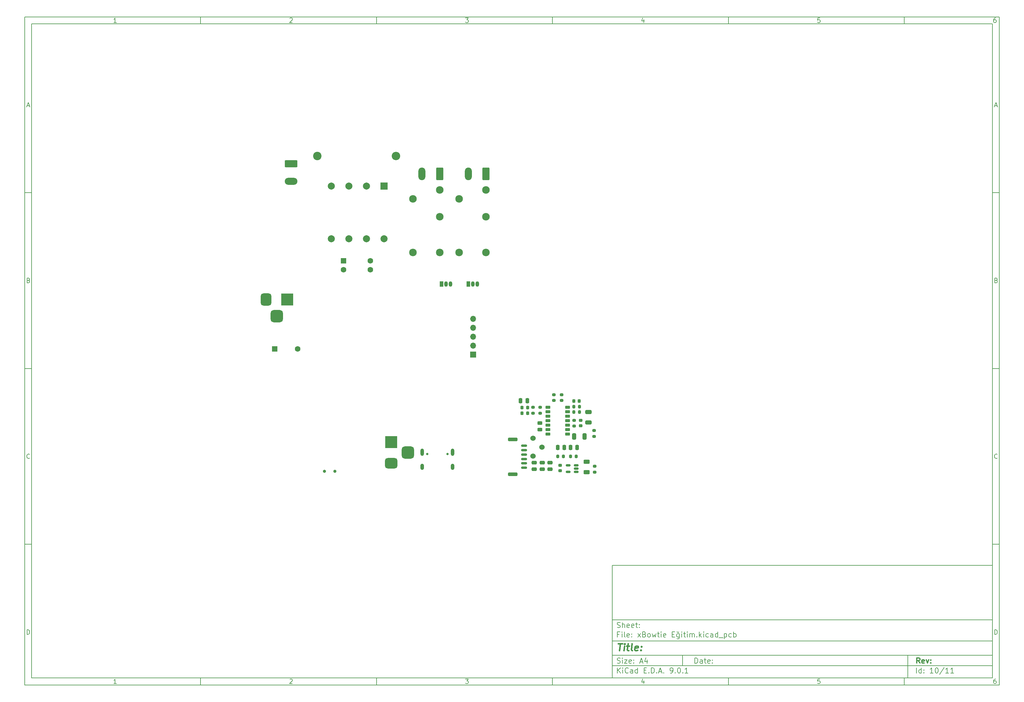
<source format=gbs>
%TF.GenerationSoftware,KiCad,Pcbnew,9.0.1*%
%TF.CreationDate,2025-04-08T16:08:48+03:00*%
%TF.ProjectId,xBowtie E_itim,78426f77-7469-4652-9045-1f6974696d2e,rev?*%
%TF.SameCoordinates,Original*%
%TF.FileFunction,Soldermask,Bot*%
%TF.FilePolarity,Negative*%
%FSLAX46Y46*%
G04 Gerber Fmt 4.6, Leading zero omitted, Abs format (unit mm)*
G04 Created by KiCad (PCBNEW 9.0.1) date 2025-04-08 16:08:48*
%MOMM*%
%LPD*%
G01*
G04 APERTURE LIST*
G04 Aperture macros list*
%AMRoundRect*
0 Rectangle with rounded corners*
0 $1 Rounding radius*
0 $2 $3 $4 $5 $6 $7 $8 $9 X,Y pos of 4 corners*
0 Add a 4 corners polygon primitive as box body*
4,1,4,$2,$3,$4,$5,$6,$7,$8,$9,$2,$3,0*
0 Add four circle primitives for the rounded corners*
1,1,$1+$1,$2,$3*
1,1,$1+$1,$4,$5*
1,1,$1+$1,$6,$7*
1,1,$1+$1,$8,$9*
0 Add four rect primitives between the rounded corners*
20,1,$1+$1,$2,$3,$4,$5,0*
20,1,$1+$1,$4,$5,$6,$7,0*
20,1,$1+$1,$6,$7,$8,$9,0*
20,1,$1+$1,$8,$9,$2,$3,0*%
G04 Aperture macros list end*
%ADD10C,0.100000*%
%ADD11C,0.150000*%
%ADD12C,0.300000*%
%ADD13C,0.400000*%
%ADD14RoundRect,0.250000X-1.550000X0.750000X-1.550000X-0.750000X1.550000X-0.750000X1.550000X0.750000X0*%
%ADD15O,3.600000X2.000000*%
%ADD16C,2.400000*%
%ADD17O,2.400000X2.400000*%
%ADD18R,1.700000X1.700000*%
%ADD19O,1.700000X1.700000*%
%ADD20C,0.900000*%
%ADD21C,2.154000*%
%ADD22RoundRect,0.250000X-0.550000X-0.550000X0.550000X-0.550000X0.550000X0.550000X-0.550000X0.550000X0*%
%ADD23C,1.600000*%
%ADD24R,1.050000X1.500000*%
%ADD25O,1.050000X1.500000*%
%ADD26R,2.000000X2.000000*%
%ADD27C,2.000000*%
%ADD28RoundRect,0.250000X0.750000X1.550000X-0.750000X1.550000X-0.750000X-1.550000X0.750000X-1.550000X0*%
%ADD29O,2.000000X3.600000*%
%ADD30C,1.524800*%
%ADD31C,0.650000*%
%ADD32O,1.000000X2.100000*%
%ADD33O,1.000000X1.800000*%
%ADD34R,3.500000X3.500000*%
%ADD35RoundRect,0.750000X1.000000X-0.750000X1.000000X0.750000X-1.000000X0.750000X-1.000000X-0.750000X0*%
%ADD36RoundRect,0.875000X0.875000X-0.875000X0.875000X0.875000X-0.875000X0.875000X-0.875000X-0.875000X0*%
%ADD37RoundRect,0.750000X-0.750000X-1.000000X0.750000X-1.000000X0.750000X1.000000X-0.750000X1.000000X0*%
%ADD38RoundRect,0.875000X-0.875000X-0.875000X0.875000X-0.875000X0.875000X0.875000X-0.875000X0.875000X0*%
%ADD39R,1.600000X1.600000*%
%ADD40RoundRect,0.200000X-0.275000X0.200000X-0.275000X-0.200000X0.275000X-0.200000X0.275000X0.200000X0*%
%ADD41RoundRect,0.250000X0.325000X0.650000X-0.325000X0.650000X-0.325000X-0.650000X0.325000X-0.650000X0*%
%ADD42RoundRect,0.250000X-0.625000X0.312500X-0.625000X-0.312500X0.625000X-0.312500X0.625000X0.312500X0*%
%ADD43RoundRect,0.200000X0.275000X-0.200000X0.275000X0.200000X-0.275000X0.200000X-0.275000X-0.200000X0*%
%ADD44RoundRect,0.250000X0.250000X0.475000X-0.250000X0.475000X-0.250000X-0.475000X0.250000X-0.475000X0*%
%ADD45RoundRect,0.243750X0.456250X-0.243750X0.456250X0.243750X-0.456250X0.243750X-0.456250X-0.243750X0*%
%ADD46RoundRect,0.225000X0.225000X0.250000X-0.225000X0.250000X-0.225000X-0.250000X0.225000X-0.250000X0*%
%ADD47RoundRect,0.200000X-0.200000X-0.275000X0.200000X-0.275000X0.200000X0.275000X-0.200000X0.275000X0*%
%ADD48RoundRect,0.250000X0.475000X-0.250000X0.475000X0.250000X-0.475000X0.250000X-0.475000X-0.250000X0*%
%ADD49RoundRect,0.225000X-0.250000X0.225000X-0.250000X-0.225000X0.250000X-0.225000X0.250000X0.225000X0*%
%ADD50RoundRect,0.250000X-0.250000X-0.475000X0.250000X-0.475000X0.250000X0.475000X-0.250000X0.475000X0*%
%ADD51RoundRect,0.250000X-0.475000X0.250000X-0.475000X-0.250000X0.475000X-0.250000X0.475000X0.250000X0*%
%ADD52RoundRect,0.225000X-0.225000X-0.250000X0.225000X-0.250000X0.225000X0.250000X-0.225000X0.250000X0*%
%ADD53RoundRect,0.200000X0.200000X0.275000X-0.200000X0.275000X-0.200000X-0.275000X0.200000X-0.275000X0*%
%ADD54RoundRect,0.250000X0.650000X-0.325000X0.650000X0.325000X-0.650000X0.325000X-0.650000X-0.325000X0*%
%ADD55RoundRect,0.150000X0.512500X0.150000X-0.512500X0.150000X-0.512500X-0.150000X0.512500X-0.150000X0*%
%ADD56RoundRect,0.150000X0.700000X-0.150000X0.700000X0.150000X-0.700000X0.150000X-0.700000X-0.150000X0*%
%ADD57RoundRect,0.250000X1.100000X-0.250000X1.100000X0.250000X-1.100000X0.250000X-1.100000X-0.250000X0*%
%ADD58RoundRect,0.102000X-0.600000X0.300000X-0.600000X-0.300000X0.600000X-0.300000X0.600000X0.300000X0*%
G04 APERTURE END LIST*
D10*
D11*
X177002200Y-166007200D02*
X285002200Y-166007200D01*
X285002200Y-198007200D01*
X177002200Y-198007200D01*
X177002200Y-166007200D01*
D10*
D11*
X10000000Y-10000000D02*
X287002200Y-10000000D01*
X287002200Y-200007200D01*
X10000000Y-200007200D01*
X10000000Y-10000000D01*
D10*
D11*
X12000000Y-12000000D02*
X285002200Y-12000000D01*
X285002200Y-198007200D01*
X12000000Y-198007200D01*
X12000000Y-12000000D01*
D10*
D11*
X60000000Y-12000000D02*
X60000000Y-10000000D01*
D10*
D11*
X110000000Y-12000000D02*
X110000000Y-10000000D01*
D10*
D11*
X160000000Y-12000000D02*
X160000000Y-10000000D01*
D10*
D11*
X210000000Y-12000000D02*
X210000000Y-10000000D01*
D10*
D11*
X260000000Y-12000000D02*
X260000000Y-10000000D01*
D10*
D11*
X36089160Y-11593604D02*
X35346303Y-11593604D01*
X35717731Y-11593604D02*
X35717731Y-10293604D01*
X35717731Y-10293604D02*
X35593922Y-10479319D01*
X35593922Y-10479319D02*
X35470112Y-10603128D01*
X35470112Y-10603128D02*
X35346303Y-10665033D01*
D10*
D11*
X85346303Y-10417414D02*
X85408207Y-10355509D01*
X85408207Y-10355509D02*
X85532017Y-10293604D01*
X85532017Y-10293604D02*
X85841541Y-10293604D01*
X85841541Y-10293604D02*
X85965350Y-10355509D01*
X85965350Y-10355509D02*
X86027255Y-10417414D01*
X86027255Y-10417414D02*
X86089160Y-10541223D01*
X86089160Y-10541223D02*
X86089160Y-10665033D01*
X86089160Y-10665033D02*
X86027255Y-10850747D01*
X86027255Y-10850747D02*
X85284398Y-11593604D01*
X85284398Y-11593604D02*
X86089160Y-11593604D01*
D10*
D11*
X135284398Y-10293604D02*
X136089160Y-10293604D01*
X136089160Y-10293604D02*
X135655826Y-10788842D01*
X135655826Y-10788842D02*
X135841541Y-10788842D01*
X135841541Y-10788842D02*
X135965350Y-10850747D01*
X135965350Y-10850747D02*
X136027255Y-10912652D01*
X136027255Y-10912652D02*
X136089160Y-11036461D01*
X136089160Y-11036461D02*
X136089160Y-11345985D01*
X136089160Y-11345985D02*
X136027255Y-11469795D01*
X136027255Y-11469795D02*
X135965350Y-11531700D01*
X135965350Y-11531700D02*
X135841541Y-11593604D01*
X135841541Y-11593604D02*
X135470112Y-11593604D01*
X135470112Y-11593604D02*
X135346303Y-11531700D01*
X135346303Y-11531700D02*
X135284398Y-11469795D01*
D10*
D11*
X185965350Y-10726938D02*
X185965350Y-11593604D01*
X185655826Y-10231700D02*
X185346303Y-11160271D01*
X185346303Y-11160271D02*
X186151064Y-11160271D01*
D10*
D11*
X236027255Y-10293604D02*
X235408207Y-10293604D01*
X235408207Y-10293604D02*
X235346303Y-10912652D01*
X235346303Y-10912652D02*
X235408207Y-10850747D01*
X235408207Y-10850747D02*
X235532017Y-10788842D01*
X235532017Y-10788842D02*
X235841541Y-10788842D01*
X235841541Y-10788842D02*
X235965350Y-10850747D01*
X235965350Y-10850747D02*
X236027255Y-10912652D01*
X236027255Y-10912652D02*
X236089160Y-11036461D01*
X236089160Y-11036461D02*
X236089160Y-11345985D01*
X236089160Y-11345985D02*
X236027255Y-11469795D01*
X236027255Y-11469795D02*
X235965350Y-11531700D01*
X235965350Y-11531700D02*
X235841541Y-11593604D01*
X235841541Y-11593604D02*
X235532017Y-11593604D01*
X235532017Y-11593604D02*
X235408207Y-11531700D01*
X235408207Y-11531700D02*
X235346303Y-11469795D01*
D10*
D11*
X285965350Y-10293604D02*
X285717731Y-10293604D01*
X285717731Y-10293604D02*
X285593922Y-10355509D01*
X285593922Y-10355509D02*
X285532017Y-10417414D01*
X285532017Y-10417414D02*
X285408207Y-10603128D01*
X285408207Y-10603128D02*
X285346303Y-10850747D01*
X285346303Y-10850747D02*
X285346303Y-11345985D01*
X285346303Y-11345985D02*
X285408207Y-11469795D01*
X285408207Y-11469795D02*
X285470112Y-11531700D01*
X285470112Y-11531700D02*
X285593922Y-11593604D01*
X285593922Y-11593604D02*
X285841541Y-11593604D01*
X285841541Y-11593604D02*
X285965350Y-11531700D01*
X285965350Y-11531700D02*
X286027255Y-11469795D01*
X286027255Y-11469795D02*
X286089160Y-11345985D01*
X286089160Y-11345985D02*
X286089160Y-11036461D01*
X286089160Y-11036461D02*
X286027255Y-10912652D01*
X286027255Y-10912652D02*
X285965350Y-10850747D01*
X285965350Y-10850747D02*
X285841541Y-10788842D01*
X285841541Y-10788842D02*
X285593922Y-10788842D01*
X285593922Y-10788842D02*
X285470112Y-10850747D01*
X285470112Y-10850747D02*
X285408207Y-10912652D01*
X285408207Y-10912652D02*
X285346303Y-11036461D01*
D10*
D11*
X60000000Y-198007200D02*
X60000000Y-200007200D01*
D10*
D11*
X110000000Y-198007200D02*
X110000000Y-200007200D01*
D10*
D11*
X160000000Y-198007200D02*
X160000000Y-200007200D01*
D10*
D11*
X210000000Y-198007200D02*
X210000000Y-200007200D01*
D10*
D11*
X260000000Y-198007200D02*
X260000000Y-200007200D01*
D10*
D11*
X36089160Y-199600804D02*
X35346303Y-199600804D01*
X35717731Y-199600804D02*
X35717731Y-198300804D01*
X35717731Y-198300804D02*
X35593922Y-198486519D01*
X35593922Y-198486519D02*
X35470112Y-198610328D01*
X35470112Y-198610328D02*
X35346303Y-198672233D01*
D10*
D11*
X85346303Y-198424614D02*
X85408207Y-198362709D01*
X85408207Y-198362709D02*
X85532017Y-198300804D01*
X85532017Y-198300804D02*
X85841541Y-198300804D01*
X85841541Y-198300804D02*
X85965350Y-198362709D01*
X85965350Y-198362709D02*
X86027255Y-198424614D01*
X86027255Y-198424614D02*
X86089160Y-198548423D01*
X86089160Y-198548423D02*
X86089160Y-198672233D01*
X86089160Y-198672233D02*
X86027255Y-198857947D01*
X86027255Y-198857947D02*
X85284398Y-199600804D01*
X85284398Y-199600804D02*
X86089160Y-199600804D01*
D10*
D11*
X135284398Y-198300804D02*
X136089160Y-198300804D01*
X136089160Y-198300804D02*
X135655826Y-198796042D01*
X135655826Y-198796042D02*
X135841541Y-198796042D01*
X135841541Y-198796042D02*
X135965350Y-198857947D01*
X135965350Y-198857947D02*
X136027255Y-198919852D01*
X136027255Y-198919852D02*
X136089160Y-199043661D01*
X136089160Y-199043661D02*
X136089160Y-199353185D01*
X136089160Y-199353185D02*
X136027255Y-199476995D01*
X136027255Y-199476995D02*
X135965350Y-199538900D01*
X135965350Y-199538900D02*
X135841541Y-199600804D01*
X135841541Y-199600804D02*
X135470112Y-199600804D01*
X135470112Y-199600804D02*
X135346303Y-199538900D01*
X135346303Y-199538900D02*
X135284398Y-199476995D01*
D10*
D11*
X185965350Y-198734138D02*
X185965350Y-199600804D01*
X185655826Y-198238900D02*
X185346303Y-199167471D01*
X185346303Y-199167471D02*
X186151064Y-199167471D01*
D10*
D11*
X236027255Y-198300804D02*
X235408207Y-198300804D01*
X235408207Y-198300804D02*
X235346303Y-198919852D01*
X235346303Y-198919852D02*
X235408207Y-198857947D01*
X235408207Y-198857947D02*
X235532017Y-198796042D01*
X235532017Y-198796042D02*
X235841541Y-198796042D01*
X235841541Y-198796042D02*
X235965350Y-198857947D01*
X235965350Y-198857947D02*
X236027255Y-198919852D01*
X236027255Y-198919852D02*
X236089160Y-199043661D01*
X236089160Y-199043661D02*
X236089160Y-199353185D01*
X236089160Y-199353185D02*
X236027255Y-199476995D01*
X236027255Y-199476995D02*
X235965350Y-199538900D01*
X235965350Y-199538900D02*
X235841541Y-199600804D01*
X235841541Y-199600804D02*
X235532017Y-199600804D01*
X235532017Y-199600804D02*
X235408207Y-199538900D01*
X235408207Y-199538900D02*
X235346303Y-199476995D01*
D10*
D11*
X285965350Y-198300804D02*
X285717731Y-198300804D01*
X285717731Y-198300804D02*
X285593922Y-198362709D01*
X285593922Y-198362709D02*
X285532017Y-198424614D01*
X285532017Y-198424614D02*
X285408207Y-198610328D01*
X285408207Y-198610328D02*
X285346303Y-198857947D01*
X285346303Y-198857947D02*
X285346303Y-199353185D01*
X285346303Y-199353185D02*
X285408207Y-199476995D01*
X285408207Y-199476995D02*
X285470112Y-199538900D01*
X285470112Y-199538900D02*
X285593922Y-199600804D01*
X285593922Y-199600804D02*
X285841541Y-199600804D01*
X285841541Y-199600804D02*
X285965350Y-199538900D01*
X285965350Y-199538900D02*
X286027255Y-199476995D01*
X286027255Y-199476995D02*
X286089160Y-199353185D01*
X286089160Y-199353185D02*
X286089160Y-199043661D01*
X286089160Y-199043661D02*
X286027255Y-198919852D01*
X286027255Y-198919852D02*
X285965350Y-198857947D01*
X285965350Y-198857947D02*
X285841541Y-198796042D01*
X285841541Y-198796042D02*
X285593922Y-198796042D01*
X285593922Y-198796042D02*
X285470112Y-198857947D01*
X285470112Y-198857947D02*
X285408207Y-198919852D01*
X285408207Y-198919852D02*
X285346303Y-199043661D01*
D10*
D11*
X10000000Y-60000000D02*
X12000000Y-60000000D01*
D10*
D11*
X10000000Y-110000000D02*
X12000000Y-110000000D01*
D10*
D11*
X10000000Y-160000000D02*
X12000000Y-160000000D01*
D10*
D11*
X10690476Y-35222176D02*
X11309523Y-35222176D01*
X10566666Y-35593604D02*
X10999999Y-34293604D01*
X10999999Y-34293604D02*
X11433333Y-35593604D01*
D10*
D11*
X11092857Y-84912652D02*
X11278571Y-84974557D01*
X11278571Y-84974557D02*
X11340476Y-85036461D01*
X11340476Y-85036461D02*
X11402380Y-85160271D01*
X11402380Y-85160271D02*
X11402380Y-85345985D01*
X11402380Y-85345985D02*
X11340476Y-85469795D01*
X11340476Y-85469795D02*
X11278571Y-85531700D01*
X11278571Y-85531700D02*
X11154761Y-85593604D01*
X11154761Y-85593604D02*
X10659523Y-85593604D01*
X10659523Y-85593604D02*
X10659523Y-84293604D01*
X10659523Y-84293604D02*
X11092857Y-84293604D01*
X11092857Y-84293604D02*
X11216666Y-84355509D01*
X11216666Y-84355509D02*
X11278571Y-84417414D01*
X11278571Y-84417414D02*
X11340476Y-84541223D01*
X11340476Y-84541223D02*
X11340476Y-84665033D01*
X11340476Y-84665033D02*
X11278571Y-84788842D01*
X11278571Y-84788842D02*
X11216666Y-84850747D01*
X11216666Y-84850747D02*
X11092857Y-84912652D01*
X11092857Y-84912652D02*
X10659523Y-84912652D01*
D10*
D11*
X11402380Y-135469795D02*
X11340476Y-135531700D01*
X11340476Y-135531700D02*
X11154761Y-135593604D01*
X11154761Y-135593604D02*
X11030952Y-135593604D01*
X11030952Y-135593604D02*
X10845238Y-135531700D01*
X10845238Y-135531700D02*
X10721428Y-135407890D01*
X10721428Y-135407890D02*
X10659523Y-135284080D01*
X10659523Y-135284080D02*
X10597619Y-135036461D01*
X10597619Y-135036461D02*
X10597619Y-134850747D01*
X10597619Y-134850747D02*
X10659523Y-134603128D01*
X10659523Y-134603128D02*
X10721428Y-134479319D01*
X10721428Y-134479319D02*
X10845238Y-134355509D01*
X10845238Y-134355509D02*
X11030952Y-134293604D01*
X11030952Y-134293604D02*
X11154761Y-134293604D01*
X11154761Y-134293604D02*
X11340476Y-134355509D01*
X11340476Y-134355509D02*
X11402380Y-134417414D01*
D10*
D11*
X10659523Y-185593604D02*
X10659523Y-184293604D01*
X10659523Y-184293604D02*
X10969047Y-184293604D01*
X10969047Y-184293604D02*
X11154761Y-184355509D01*
X11154761Y-184355509D02*
X11278571Y-184479319D01*
X11278571Y-184479319D02*
X11340476Y-184603128D01*
X11340476Y-184603128D02*
X11402380Y-184850747D01*
X11402380Y-184850747D02*
X11402380Y-185036461D01*
X11402380Y-185036461D02*
X11340476Y-185284080D01*
X11340476Y-185284080D02*
X11278571Y-185407890D01*
X11278571Y-185407890D02*
X11154761Y-185531700D01*
X11154761Y-185531700D02*
X10969047Y-185593604D01*
X10969047Y-185593604D02*
X10659523Y-185593604D01*
D10*
D11*
X287002200Y-60000000D02*
X285002200Y-60000000D01*
D10*
D11*
X287002200Y-110000000D02*
X285002200Y-110000000D01*
D10*
D11*
X287002200Y-160000000D02*
X285002200Y-160000000D01*
D10*
D11*
X285692676Y-35222176D02*
X286311723Y-35222176D01*
X285568866Y-35593604D02*
X286002199Y-34293604D01*
X286002199Y-34293604D02*
X286435533Y-35593604D01*
D10*
D11*
X286095057Y-84912652D02*
X286280771Y-84974557D01*
X286280771Y-84974557D02*
X286342676Y-85036461D01*
X286342676Y-85036461D02*
X286404580Y-85160271D01*
X286404580Y-85160271D02*
X286404580Y-85345985D01*
X286404580Y-85345985D02*
X286342676Y-85469795D01*
X286342676Y-85469795D02*
X286280771Y-85531700D01*
X286280771Y-85531700D02*
X286156961Y-85593604D01*
X286156961Y-85593604D02*
X285661723Y-85593604D01*
X285661723Y-85593604D02*
X285661723Y-84293604D01*
X285661723Y-84293604D02*
X286095057Y-84293604D01*
X286095057Y-84293604D02*
X286218866Y-84355509D01*
X286218866Y-84355509D02*
X286280771Y-84417414D01*
X286280771Y-84417414D02*
X286342676Y-84541223D01*
X286342676Y-84541223D02*
X286342676Y-84665033D01*
X286342676Y-84665033D02*
X286280771Y-84788842D01*
X286280771Y-84788842D02*
X286218866Y-84850747D01*
X286218866Y-84850747D02*
X286095057Y-84912652D01*
X286095057Y-84912652D02*
X285661723Y-84912652D01*
D10*
D11*
X286404580Y-135469795D02*
X286342676Y-135531700D01*
X286342676Y-135531700D02*
X286156961Y-135593604D01*
X286156961Y-135593604D02*
X286033152Y-135593604D01*
X286033152Y-135593604D02*
X285847438Y-135531700D01*
X285847438Y-135531700D02*
X285723628Y-135407890D01*
X285723628Y-135407890D02*
X285661723Y-135284080D01*
X285661723Y-135284080D02*
X285599819Y-135036461D01*
X285599819Y-135036461D02*
X285599819Y-134850747D01*
X285599819Y-134850747D02*
X285661723Y-134603128D01*
X285661723Y-134603128D02*
X285723628Y-134479319D01*
X285723628Y-134479319D02*
X285847438Y-134355509D01*
X285847438Y-134355509D02*
X286033152Y-134293604D01*
X286033152Y-134293604D02*
X286156961Y-134293604D01*
X286156961Y-134293604D02*
X286342676Y-134355509D01*
X286342676Y-134355509D02*
X286404580Y-134417414D01*
D10*
D11*
X285661723Y-185593604D02*
X285661723Y-184293604D01*
X285661723Y-184293604D02*
X285971247Y-184293604D01*
X285971247Y-184293604D02*
X286156961Y-184355509D01*
X286156961Y-184355509D02*
X286280771Y-184479319D01*
X286280771Y-184479319D02*
X286342676Y-184603128D01*
X286342676Y-184603128D02*
X286404580Y-184850747D01*
X286404580Y-184850747D02*
X286404580Y-185036461D01*
X286404580Y-185036461D02*
X286342676Y-185284080D01*
X286342676Y-185284080D02*
X286280771Y-185407890D01*
X286280771Y-185407890D02*
X286156961Y-185531700D01*
X286156961Y-185531700D02*
X285971247Y-185593604D01*
X285971247Y-185593604D02*
X285661723Y-185593604D01*
D10*
D11*
X200458026Y-193793328D02*
X200458026Y-192293328D01*
X200458026Y-192293328D02*
X200815169Y-192293328D01*
X200815169Y-192293328D02*
X201029455Y-192364757D01*
X201029455Y-192364757D02*
X201172312Y-192507614D01*
X201172312Y-192507614D02*
X201243741Y-192650471D01*
X201243741Y-192650471D02*
X201315169Y-192936185D01*
X201315169Y-192936185D02*
X201315169Y-193150471D01*
X201315169Y-193150471D02*
X201243741Y-193436185D01*
X201243741Y-193436185D02*
X201172312Y-193579042D01*
X201172312Y-193579042D02*
X201029455Y-193721900D01*
X201029455Y-193721900D02*
X200815169Y-193793328D01*
X200815169Y-193793328D02*
X200458026Y-193793328D01*
X202600884Y-193793328D02*
X202600884Y-193007614D01*
X202600884Y-193007614D02*
X202529455Y-192864757D01*
X202529455Y-192864757D02*
X202386598Y-192793328D01*
X202386598Y-192793328D02*
X202100884Y-192793328D01*
X202100884Y-192793328D02*
X201958026Y-192864757D01*
X202600884Y-193721900D02*
X202458026Y-193793328D01*
X202458026Y-193793328D02*
X202100884Y-193793328D01*
X202100884Y-193793328D02*
X201958026Y-193721900D01*
X201958026Y-193721900D02*
X201886598Y-193579042D01*
X201886598Y-193579042D02*
X201886598Y-193436185D01*
X201886598Y-193436185D02*
X201958026Y-193293328D01*
X201958026Y-193293328D02*
X202100884Y-193221900D01*
X202100884Y-193221900D02*
X202458026Y-193221900D01*
X202458026Y-193221900D02*
X202600884Y-193150471D01*
X203100884Y-192793328D02*
X203672312Y-192793328D01*
X203315169Y-192293328D02*
X203315169Y-193579042D01*
X203315169Y-193579042D02*
X203386598Y-193721900D01*
X203386598Y-193721900D02*
X203529455Y-193793328D01*
X203529455Y-193793328D02*
X203672312Y-193793328D01*
X204743741Y-193721900D02*
X204600884Y-193793328D01*
X204600884Y-193793328D02*
X204315170Y-193793328D01*
X204315170Y-193793328D02*
X204172312Y-193721900D01*
X204172312Y-193721900D02*
X204100884Y-193579042D01*
X204100884Y-193579042D02*
X204100884Y-193007614D01*
X204100884Y-193007614D02*
X204172312Y-192864757D01*
X204172312Y-192864757D02*
X204315170Y-192793328D01*
X204315170Y-192793328D02*
X204600884Y-192793328D01*
X204600884Y-192793328D02*
X204743741Y-192864757D01*
X204743741Y-192864757D02*
X204815170Y-193007614D01*
X204815170Y-193007614D02*
X204815170Y-193150471D01*
X204815170Y-193150471D02*
X204100884Y-193293328D01*
X205458026Y-193650471D02*
X205529455Y-193721900D01*
X205529455Y-193721900D02*
X205458026Y-193793328D01*
X205458026Y-193793328D02*
X205386598Y-193721900D01*
X205386598Y-193721900D02*
X205458026Y-193650471D01*
X205458026Y-193650471D02*
X205458026Y-193793328D01*
X205458026Y-192864757D02*
X205529455Y-192936185D01*
X205529455Y-192936185D02*
X205458026Y-193007614D01*
X205458026Y-193007614D02*
X205386598Y-192936185D01*
X205386598Y-192936185D02*
X205458026Y-192864757D01*
X205458026Y-192864757D02*
X205458026Y-193007614D01*
D10*
D11*
X177002200Y-194507200D02*
X285002200Y-194507200D01*
D10*
D11*
X178458026Y-196593328D02*
X178458026Y-195093328D01*
X179315169Y-196593328D02*
X178672312Y-195736185D01*
X179315169Y-195093328D02*
X178458026Y-195950471D01*
X179958026Y-196593328D02*
X179958026Y-195593328D01*
X179958026Y-195093328D02*
X179886598Y-195164757D01*
X179886598Y-195164757D02*
X179958026Y-195236185D01*
X179958026Y-195236185D02*
X180029455Y-195164757D01*
X180029455Y-195164757D02*
X179958026Y-195093328D01*
X179958026Y-195093328D02*
X179958026Y-195236185D01*
X181529455Y-196450471D02*
X181458027Y-196521900D01*
X181458027Y-196521900D02*
X181243741Y-196593328D01*
X181243741Y-196593328D02*
X181100884Y-196593328D01*
X181100884Y-196593328D02*
X180886598Y-196521900D01*
X180886598Y-196521900D02*
X180743741Y-196379042D01*
X180743741Y-196379042D02*
X180672312Y-196236185D01*
X180672312Y-196236185D02*
X180600884Y-195950471D01*
X180600884Y-195950471D02*
X180600884Y-195736185D01*
X180600884Y-195736185D02*
X180672312Y-195450471D01*
X180672312Y-195450471D02*
X180743741Y-195307614D01*
X180743741Y-195307614D02*
X180886598Y-195164757D01*
X180886598Y-195164757D02*
X181100884Y-195093328D01*
X181100884Y-195093328D02*
X181243741Y-195093328D01*
X181243741Y-195093328D02*
X181458027Y-195164757D01*
X181458027Y-195164757D02*
X181529455Y-195236185D01*
X182815170Y-196593328D02*
X182815170Y-195807614D01*
X182815170Y-195807614D02*
X182743741Y-195664757D01*
X182743741Y-195664757D02*
X182600884Y-195593328D01*
X182600884Y-195593328D02*
X182315170Y-195593328D01*
X182315170Y-195593328D02*
X182172312Y-195664757D01*
X182815170Y-196521900D02*
X182672312Y-196593328D01*
X182672312Y-196593328D02*
X182315170Y-196593328D01*
X182315170Y-196593328D02*
X182172312Y-196521900D01*
X182172312Y-196521900D02*
X182100884Y-196379042D01*
X182100884Y-196379042D02*
X182100884Y-196236185D01*
X182100884Y-196236185D02*
X182172312Y-196093328D01*
X182172312Y-196093328D02*
X182315170Y-196021900D01*
X182315170Y-196021900D02*
X182672312Y-196021900D01*
X182672312Y-196021900D02*
X182815170Y-195950471D01*
X184172313Y-196593328D02*
X184172313Y-195093328D01*
X184172313Y-196521900D02*
X184029455Y-196593328D01*
X184029455Y-196593328D02*
X183743741Y-196593328D01*
X183743741Y-196593328D02*
X183600884Y-196521900D01*
X183600884Y-196521900D02*
X183529455Y-196450471D01*
X183529455Y-196450471D02*
X183458027Y-196307614D01*
X183458027Y-196307614D02*
X183458027Y-195879042D01*
X183458027Y-195879042D02*
X183529455Y-195736185D01*
X183529455Y-195736185D02*
X183600884Y-195664757D01*
X183600884Y-195664757D02*
X183743741Y-195593328D01*
X183743741Y-195593328D02*
X184029455Y-195593328D01*
X184029455Y-195593328D02*
X184172313Y-195664757D01*
X186029455Y-195807614D02*
X186529455Y-195807614D01*
X186743741Y-196593328D02*
X186029455Y-196593328D01*
X186029455Y-196593328D02*
X186029455Y-195093328D01*
X186029455Y-195093328D02*
X186743741Y-195093328D01*
X187386598Y-196450471D02*
X187458027Y-196521900D01*
X187458027Y-196521900D02*
X187386598Y-196593328D01*
X187386598Y-196593328D02*
X187315170Y-196521900D01*
X187315170Y-196521900D02*
X187386598Y-196450471D01*
X187386598Y-196450471D02*
X187386598Y-196593328D01*
X188100884Y-196593328D02*
X188100884Y-195093328D01*
X188100884Y-195093328D02*
X188458027Y-195093328D01*
X188458027Y-195093328D02*
X188672313Y-195164757D01*
X188672313Y-195164757D02*
X188815170Y-195307614D01*
X188815170Y-195307614D02*
X188886599Y-195450471D01*
X188886599Y-195450471D02*
X188958027Y-195736185D01*
X188958027Y-195736185D02*
X188958027Y-195950471D01*
X188958027Y-195950471D02*
X188886599Y-196236185D01*
X188886599Y-196236185D02*
X188815170Y-196379042D01*
X188815170Y-196379042D02*
X188672313Y-196521900D01*
X188672313Y-196521900D02*
X188458027Y-196593328D01*
X188458027Y-196593328D02*
X188100884Y-196593328D01*
X189600884Y-196450471D02*
X189672313Y-196521900D01*
X189672313Y-196521900D02*
X189600884Y-196593328D01*
X189600884Y-196593328D02*
X189529456Y-196521900D01*
X189529456Y-196521900D02*
X189600884Y-196450471D01*
X189600884Y-196450471D02*
X189600884Y-196593328D01*
X190243742Y-196164757D02*
X190958028Y-196164757D01*
X190100885Y-196593328D02*
X190600885Y-195093328D01*
X190600885Y-195093328D02*
X191100885Y-196593328D01*
X191600884Y-196450471D02*
X191672313Y-196521900D01*
X191672313Y-196521900D02*
X191600884Y-196593328D01*
X191600884Y-196593328D02*
X191529456Y-196521900D01*
X191529456Y-196521900D02*
X191600884Y-196450471D01*
X191600884Y-196450471D02*
X191600884Y-196593328D01*
X193529456Y-196593328D02*
X193815170Y-196593328D01*
X193815170Y-196593328D02*
X193958027Y-196521900D01*
X193958027Y-196521900D02*
X194029456Y-196450471D01*
X194029456Y-196450471D02*
X194172313Y-196236185D01*
X194172313Y-196236185D02*
X194243742Y-195950471D01*
X194243742Y-195950471D02*
X194243742Y-195379042D01*
X194243742Y-195379042D02*
X194172313Y-195236185D01*
X194172313Y-195236185D02*
X194100885Y-195164757D01*
X194100885Y-195164757D02*
X193958027Y-195093328D01*
X193958027Y-195093328D02*
X193672313Y-195093328D01*
X193672313Y-195093328D02*
X193529456Y-195164757D01*
X193529456Y-195164757D02*
X193458027Y-195236185D01*
X193458027Y-195236185D02*
X193386599Y-195379042D01*
X193386599Y-195379042D02*
X193386599Y-195736185D01*
X193386599Y-195736185D02*
X193458027Y-195879042D01*
X193458027Y-195879042D02*
X193529456Y-195950471D01*
X193529456Y-195950471D02*
X193672313Y-196021900D01*
X193672313Y-196021900D02*
X193958027Y-196021900D01*
X193958027Y-196021900D02*
X194100885Y-195950471D01*
X194100885Y-195950471D02*
X194172313Y-195879042D01*
X194172313Y-195879042D02*
X194243742Y-195736185D01*
X194886598Y-196450471D02*
X194958027Y-196521900D01*
X194958027Y-196521900D02*
X194886598Y-196593328D01*
X194886598Y-196593328D02*
X194815170Y-196521900D01*
X194815170Y-196521900D02*
X194886598Y-196450471D01*
X194886598Y-196450471D02*
X194886598Y-196593328D01*
X195886599Y-195093328D02*
X196029456Y-195093328D01*
X196029456Y-195093328D02*
X196172313Y-195164757D01*
X196172313Y-195164757D02*
X196243742Y-195236185D01*
X196243742Y-195236185D02*
X196315170Y-195379042D01*
X196315170Y-195379042D02*
X196386599Y-195664757D01*
X196386599Y-195664757D02*
X196386599Y-196021900D01*
X196386599Y-196021900D02*
X196315170Y-196307614D01*
X196315170Y-196307614D02*
X196243742Y-196450471D01*
X196243742Y-196450471D02*
X196172313Y-196521900D01*
X196172313Y-196521900D02*
X196029456Y-196593328D01*
X196029456Y-196593328D02*
X195886599Y-196593328D01*
X195886599Y-196593328D02*
X195743742Y-196521900D01*
X195743742Y-196521900D02*
X195672313Y-196450471D01*
X195672313Y-196450471D02*
X195600884Y-196307614D01*
X195600884Y-196307614D02*
X195529456Y-196021900D01*
X195529456Y-196021900D02*
X195529456Y-195664757D01*
X195529456Y-195664757D02*
X195600884Y-195379042D01*
X195600884Y-195379042D02*
X195672313Y-195236185D01*
X195672313Y-195236185D02*
X195743742Y-195164757D01*
X195743742Y-195164757D02*
X195886599Y-195093328D01*
X197029455Y-196450471D02*
X197100884Y-196521900D01*
X197100884Y-196521900D02*
X197029455Y-196593328D01*
X197029455Y-196593328D02*
X196958027Y-196521900D01*
X196958027Y-196521900D02*
X197029455Y-196450471D01*
X197029455Y-196450471D02*
X197029455Y-196593328D01*
X198529456Y-196593328D02*
X197672313Y-196593328D01*
X198100884Y-196593328D02*
X198100884Y-195093328D01*
X198100884Y-195093328D02*
X197958027Y-195307614D01*
X197958027Y-195307614D02*
X197815170Y-195450471D01*
X197815170Y-195450471D02*
X197672313Y-195521900D01*
D10*
D11*
X177002200Y-191507200D02*
X285002200Y-191507200D01*
D10*
D12*
X264413853Y-193785528D02*
X263913853Y-193071242D01*
X263556710Y-193785528D02*
X263556710Y-192285528D01*
X263556710Y-192285528D02*
X264128139Y-192285528D01*
X264128139Y-192285528D02*
X264270996Y-192356957D01*
X264270996Y-192356957D02*
X264342425Y-192428385D01*
X264342425Y-192428385D02*
X264413853Y-192571242D01*
X264413853Y-192571242D02*
X264413853Y-192785528D01*
X264413853Y-192785528D02*
X264342425Y-192928385D01*
X264342425Y-192928385D02*
X264270996Y-192999814D01*
X264270996Y-192999814D02*
X264128139Y-193071242D01*
X264128139Y-193071242D02*
X263556710Y-193071242D01*
X265628139Y-193714100D02*
X265485282Y-193785528D01*
X265485282Y-193785528D02*
X265199568Y-193785528D01*
X265199568Y-193785528D02*
X265056710Y-193714100D01*
X265056710Y-193714100D02*
X264985282Y-193571242D01*
X264985282Y-193571242D02*
X264985282Y-192999814D01*
X264985282Y-192999814D02*
X265056710Y-192856957D01*
X265056710Y-192856957D02*
X265199568Y-192785528D01*
X265199568Y-192785528D02*
X265485282Y-192785528D01*
X265485282Y-192785528D02*
X265628139Y-192856957D01*
X265628139Y-192856957D02*
X265699568Y-192999814D01*
X265699568Y-192999814D02*
X265699568Y-193142671D01*
X265699568Y-193142671D02*
X264985282Y-193285528D01*
X266199567Y-192785528D02*
X266556710Y-193785528D01*
X266556710Y-193785528D02*
X266913853Y-192785528D01*
X267485281Y-193642671D02*
X267556710Y-193714100D01*
X267556710Y-193714100D02*
X267485281Y-193785528D01*
X267485281Y-193785528D02*
X267413853Y-193714100D01*
X267413853Y-193714100D02*
X267485281Y-193642671D01*
X267485281Y-193642671D02*
X267485281Y-193785528D01*
X267485281Y-192856957D02*
X267556710Y-192928385D01*
X267556710Y-192928385D02*
X267485281Y-192999814D01*
X267485281Y-192999814D02*
X267413853Y-192928385D01*
X267413853Y-192928385D02*
X267485281Y-192856957D01*
X267485281Y-192856957D02*
X267485281Y-192999814D01*
D10*
D11*
X178386598Y-193721900D02*
X178600884Y-193793328D01*
X178600884Y-193793328D02*
X178958026Y-193793328D01*
X178958026Y-193793328D02*
X179100884Y-193721900D01*
X179100884Y-193721900D02*
X179172312Y-193650471D01*
X179172312Y-193650471D02*
X179243741Y-193507614D01*
X179243741Y-193507614D02*
X179243741Y-193364757D01*
X179243741Y-193364757D02*
X179172312Y-193221900D01*
X179172312Y-193221900D02*
X179100884Y-193150471D01*
X179100884Y-193150471D02*
X178958026Y-193079042D01*
X178958026Y-193079042D02*
X178672312Y-193007614D01*
X178672312Y-193007614D02*
X178529455Y-192936185D01*
X178529455Y-192936185D02*
X178458026Y-192864757D01*
X178458026Y-192864757D02*
X178386598Y-192721900D01*
X178386598Y-192721900D02*
X178386598Y-192579042D01*
X178386598Y-192579042D02*
X178458026Y-192436185D01*
X178458026Y-192436185D02*
X178529455Y-192364757D01*
X178529455Y-192364757D02*
X178672312Y-192293328D01*
X178672312Y-192293328D02*
X179029455Y-192293328D01*
X179029455Y-192293328D02*
X179243741Y-192364757D01*
X179886597Y-193793328D02*
X179886597Y-192793328D01*
X179886597Y-192293328D02*
X179815169Y-192364757D01*
X179815169Y-192364757D02*
X179886597Y-192436185D01*
X179886597Y-192436185D02*
X179958026Y-192364757D01*
X179958026Y-192364757D02*
X179886597Y-192293328D01*
X179886597Y-192293328D02*
X179886597Y-192436185D01*
X180458026Y-192793328D02*
X181243741Y-192793328D01*
X181243741Y-192793328D02*
X180458026Y-193793328D01*
X180458026Y-193793328D02*
X181243741Y-193793328D01*
X182386598Y-193721900D02*
X182243741Y-193793328D01*
X182243741Y-193793328D02*
X181958027Y-193793328D01*
X181958027Y-193793328D02*
X181815169Y-193721900D01*
X181815169Y-193721900D02*
X181743741Y-193579042D01*
X181743741Y-193579042D02*
X181743741Y-193007614D01*
X181743741Y-193007614D02*
X181815169Y-192864757D01*
X181815169Y-192864757D02*
X181958027Y-192793328D01*
X181958027Y-192793328D02*
X182243741Y-192793328D01*
X182243741Y-192793328D02*
X182386598Y-192864757D01*
X182386598Y-192864757D02*
X182458027Y-193007614D01*
X182458027Y-193007614D02*
X182458027Y-193150471D01*
X182458027Y-193150471D02*
X181743741Y-193293328D01*
X183100883Y-193650471D02*
X183172312Y-193721900D01*
X183172312Y-193721900D02*
X183100883Y-193793328D01*
X183100883Y-193793328D02*
X183029455Y-193721900D01*
X183029455Y-193721900D02*
X183100883Y-193650471D01*
X183100883Y-193650471D02*
X183100883Y-193793328D01*
X183100883Y-192864757D02*
X183172312Y-192936185D01*
X183172312Y-192936185D02*
X183100883Y-193007614D01*
X183100883Y-193007614D02*
X183029455Y-192936185D01*
X183029455Y-192936185D02*
X183100883Y-192864757D01*
X183100883Y-192864757D02*
X183100883Y-193007614D01*
X184886598Y-193364757D02*
X185600884Y-193364757D01*
X184743741Y-193793328D02*
X185243741Y-192293328D01*
X185243741Y-192293328D02*
X185743741Y-193793328D01*
X186886598Y-192793328D02*
X186886598Y-193793328D01*
X186529455Y-192221900D02*
X186172312Y-193293328D01*
X186172312Y-193293328D02*
X187100883Y-193293328D01*
D10*
D11*
X263458026Y-196593328D02*
X263458026Y-195093328D01*
X264815170Y-196593328D02*
X264815170Y-195093328D01*
X264815170Y-196521900D02*
X264672312Y-196593328D01*
X264672312Y-196593328D02*
X264386598Y-196593328D01*
X264386598Y-196593328D02*
X264243741Y-196521900D01*
X264243741Y-196521900D02*
X264172312Y-196450471D01*
X264172312Y-196450471D02*
X264100884Y-196307614D01*
X264100884Y-196307614D02*
X264100884Y-195879042D01*
X264100884Y-195879042D02*
X264172312Y-195736185D01*
X264172312Y-195736185D02*
X264243741Y-195664757D01*
X264243741Y-195664757D02*
X264386598Y-195593328D01*
X264386598Y-195593328D02*
X264672312Y-195593328D01*
X264672312Y-195593328D02*
X264815170Y-195664757D01*
X265529455Y-196450471D02*
X265600884Y-196521900D01*
X265600884Y-196521900D02*
X265529455Y-196593328D01*
X265529455Y-196593328D02*
X265458027Y-196521900D01*
X265458027Y-196521900D02*
X265529455Y-196450471D01*
X265529455Y-196450471D02*
X265529455Y-196593328D01*
X265529455Y-195664757D02*
X265600884Y-195736185D01*
X265600884Y-195736185D02*
X265529455Y-195807614D01*
X265529455Y-195807614D02*
X265458027Y-195736185D01*
X265458027Y-195736185D02*
X265529455Y-195664757D01*
X265529455Y-195664757D02*
X265529455Y-195807614D01*
X268172313Y-196593328D02*
X267315170Y-196593328D01*
X267743741Y-196593328D02*
X267743741Y-195093328D01*
X267743741Y-195093328D02*
X267600884Y-195307614D01*
X267600884Y-195307614D02*
X267458027Y-195450471D01*
X267458027Y-195450471D02*
X267315170Y-195521900D01*
X269100884Y-195093328D02*
X269243741Y-195093328D01*
X269243741Y-195093328D02*
X269386598Y-195164757D01*
X269386598Y-195164757D02*
X269458027Y-195236185D01*
X269458027Y-195236185D02*
X269529455Y-195379042D01*
X269529455Y-195379042D02*
X269600884Y-195664757D01*
X269600884Y-195664757D02*
X269600884Y-196021900D01*
X269600884Y-196021900D02*
X269529455Y-196307614D01*
X269529455Y-196307614D02*
X269458027Y-196450471D01*
X269458027Y-196450471D02*
X269386598Y-196521900D01*
X269386598Y-196521900D02*
X269243741Y-196593328D01*
X269243741Y-196593328D02*
X269100884Y-196593328D01*
X269100884Y-196593328D02*
X268958027Y-196521900D01*
X268958027Y-196521900D02*
X268886598Y-196450471D01*
X268886598Y-196450471D02*
X268815169Y-196307614D01*
X268815169Y-196307614D02*
X268743741Y-196021900D01*
X268743741Y-196021900D02*
X268743741Y-195664757D01*
X268743741Y-195664757D02*
X268815169Y-195379042D01*
X268815169Y-195379042D02*
X268886598Y-195236185D01*
X268886598Y-195236185D02*
X268958027Y-195164757D01*
X268958027Y-195164757D02*
X269100884Y-195093328D01*
X271315169Y-195021900D02*
X270029455Y-196950471D01*
X272600884Y-196593328D02*
X271743741Y-196593328D01*
X272172312Y-196593328D02*
X272172312Y-195093328D01*
X272172312Y-195093328D02*
X272029455Y-195307614D01*
X272029455Y-195307614D02*
X271886598Y-195450471D01*
X271886598Y-195450471D02*
X271743741Y-195521900D01*
X274029455Y-196593328D02*
X273172312Y-196593328D01*
X273600883Y-196593328D02*
X273600883Y-195093328D01*
X273600883Y-195093328D02*
X273458026Y-195307614D01*
X273458026Y-195307614D02*
X273315169Y-195450471D01*
X273315169Y-195450471D02*
X273172312Y-195521900D01*
D10*
D11*
X177002200Y-187507200D02*
X285002200Y-187507200D01*
D10*
D13*
X178693928Y-188211638D02*
X179836785Y-188211638D01*
X179015357Y-190211638D02*
X179265357Y-188211638D01*
X180253452Y-190211638D02*
X180420119Y-188878304D01*
X180503452Y-188211638D02*
X180396309Y-188306876D01*
X180396309Y-188306876D02*
X180479643Y-188402114D01*
X180479643Y-188402114D02*
X180586786Y-188306876D01*
X180586786Y-188306876D02*
X180503452Y-188211638D01*
X180503452Y-188211638D02*
X180479643Y-188402114D01*
X181086786Y-188878304D02*
X181848690Y-188878304D01*
X181455833Y-188211638D02*
X181241548Y-189925923D01*
X181241548Y-189925923D02*
X181312976Y-190116400D01*
X181312976Y-190116400D02*
X181491548Y-190211638D01*
X181491548Y-190211638D02*
X181682024Y-190211638D01*
X182634405Y-190211638D02*
X182455833Y-190116400D01*
X182455833Y-190116400D02*
X182384405Y-189925923D01*
X182384405Y-189925923D02*
X182598690Y-188211638D01*
X184170119Y-190116400D02*
X183967738Y-190211638D01*
X183967738Y-190211638D02*
X183586785Y-190211638D01*
X183586785Y-190211638D02*
X183408214Y-190116400D01*
X183408214Y-190116400D02*
X183336785Y-189925923D01*
X183336785Y-189925923D02*
X183432024Y-189164019D01*
X183432024Y-189164019D02*
X183551071Y-188973542D01*
X183551071Y-188973542D02*
X183753452Y-188878304D01*
X183753452Y-188878304D02*
X184134404Y-188878304D01*
X184134404Y-188878304D02*
X184312976Y-188973542D01*
X184312976Y-188973542D02*
X184384404Y-189164019D01*
X184384404Y-189164019D02*
X184360595Y-189354495D01*
X184360595Y-189354495D02*
X183384404Y-189544971D01*
X185134405Y-190021161D02*
X185217738Y-190116400D01*
X185217738Y-190116400D02*
X185110595Y-190211638D01*
X185110595Y-190211638D02*
X185027262Y-190116400D01*
X185027262Y-190116400D02*
X185134405Y-190021161D01*
X185134405Y-190021161D02*
X185110595Y-190211638D01*
X185265357Y-188973542D02*
X185348690Y-189068780D01*
X185348690Y-189068780D02*
X185241548Y-189164019D01*
X185241548Y-189164019D02*
X185158214Y-189068780D01*
X185158214Y-189068780D02*
X185265357Y-188973542D01*
X185265357Y-188973542D02*
X185241548Y-189164019D01*
D10*
D11*
X178958026Y-185607614D02*
X178458026Y-185607614D01*
X178458026Y-186393328D02*
X178458026Y-184893328D01*
X178458026Y-184893328D02*
X179172312Y-184893328D01*
X179743740Y-186393328D02*
X179743740Y-185393328D01*
X179743740Y-184893328D02*
X179672312Y-184964757D01*
X179672312Y-184964757D02*
X179743740Y-185036185D01*
X179743740Y-185036185D02*
X179815169Y-184964757D01*
X179815169Y-184964757D02*
X179743740Y-184893328D01*
X179743740Y-184893328D02*
X179743740Y-185036185D01*
X180672312Y-186393328D02*
X180529455Y-186321900D01*
X180529455Y-186321900D02*
X180458026Y-186179042D01*
X180458026Y-186179042D02*
X180458026Y-184893328D01*
X181815169Y-186321900D02*
X181672312Y-186393328D01*
X181672312Y-186393328D02*
X181386598Y-186393328D01*
X181386598Y-186393328D02*
X181243740Y-186321900D01*
X181243740Y-186321900D02*
X181172312Y-186179042D01*
X181172312Y-186179042D02*
X181172312Y-185607614D01*
X181172312Y-185607614D02*
X181243740Y-185464757D01*
X181243740Y-185464757D02*
X181386598Y-185393328D01*
X181386598Y-185393328D02*
X181672312Y-185393328D01*
X181672312Y-185393328D02*
X181815169Y-185464757D01*
X181815169Y-185464757D02*
X181886598Y-185607614D01*
X181886598Y-185607614D02*
X181886598Y-185750471D01*
X181886598Y-185750471D02*
X181172312Y-185893328D01*
X182529454Y-186250471D02*
X182600883Y-186321900D01*
X182600883Y-186321900D02*
X182529454Y-186393328D01*
X182529454Y-186393328D02*
X182458026Y-186321900D01*
X182458026Y-186321900D02*
X182529454Y-186250471D01*
X182529454Y-186250471D02*
X182529454Y-186393328D01*
X182529454Y-185464757D02*
X182600883Y-185536185D01*
X182600883Y-185536185D02*
X182529454Y-185607614D01*
X182529454Y-185607614D02*
X182458026Y-185536185D01*
X182458026Y-185536185D02*
X182529454Y-185464757D01*
X182529454Y-185464757D02*
X182529454Y-185607614D01*
X184243740Y-186393328D02*
X185029455Y-185393328D01*
X184243740Y-185393328D02*
X185029455Y-186393328D01*
X186100883Y-185607614D02*
X186315169Y-185679042D01*
X186315169Y-185679042D02*
X186386598Y-185750471D01*
X186386598Y-185750471D02*
X186458026Y-185893328D01*
X186458026Y-185893328D02*
X186458026Y-186107614D01*
X186458026Y-186107614D02*
X186386598Y-186250471D01*
X186386598Y-186250471D02*
X186315169Y-186321900D01*
X186315169Y-186321900D02*
X186172312Y-186393328D01*
X186172312Y-186393328D02*
X185600883Y-186393328D01*
X185600883Y-186393328D02*
X185600883Y-184893328D01*
X185600883Y-184893328D02*
X186100883Y-184893328D01*
X186100883Y-184893328D02*
X186243741Y-184964757D01*
X186243741Y-184964757D02*
X186315169Y-185036185D01*
X186315169Y-185036185D02*
X186386598Y-185179042D01*
X186386598Y-185179042D02*
X186386598Y-185321900D01*
X186386598Y-185321900D02*
X186315169Y-185464757D01*
X186315169Y-185464757D02*
X186243741Y-185536185D01*
X186243741Y-185536185D02*
X186100883Y-185607614D01*
X186100883Y-185607614D02*
X185600883Y-185607614D01*
X187315169Y-186393328D02*
X187172312Y-186321900D01*
X187172312Y-186321900D02*
X187100883Y-186250471D01*
X187100883Y-186250471D02*
X187029455Y-186107614D01*
X187029455Y-186107614D02*
X187029455Y-185679042D01*
X187029455Y-185679042D02*
X187100883Y-185536185D01*
X187100883Y-185536185D02*
X187172312Y-185464757D01*
X187172312Y-185464757D02*
X187315169Y-185393328D01*
X187315169Y-185393328D02*
X187529455Y-185393328D01*
X187529455Y-185393328D02*
X187672312Y-185464757D01*
X187672312Y-185464757D02*
X187743741Y-185536185D01*
X187743741Y-185536185D02*
X187815169Y-185679042D01*
X187815169Y-185679042D02*
X187815169Y-186107614D01*
X187815169Y-186107614D02*
X187743741Y-186250471D01*
X187743741Y-186250471D02*
X187672312Y-186321900D01*
X187672312Y-186321900D02*
X187529455Y-186393328D01*
X187529455Y-186393328D02*
X187315169Y-186393328D01*
X188315169Y-185393328D02*
X188600884Y-186393328D01*
X188600884Y-186393328D02*
X188886598Y-185679042D01*
X188886598Y-185679042D02*
X189172312Y-186393328D01*
X189172312Y-186393328D02*
X189458026Y-185393328D01*
X189815170Y-185393328D02*
X190386598Y-185393328D01*
X190029455Y-184893328D02*
X190029455Y-186179042D01*
X190029455Y-186179042D02*
X190100884Y-186321900D01*
X190100884Y-186321900D02*
X190243741Y-186393328D01*
X190243741Y-186393328D02*
X190386598Y-186393328D01*
X190886598Y-186393328D02*
X190886598Y-185393328D01*
X190886598Y-184893328D02*
X190815170Y-184964757D01*
X190815170Y-184964757D02*
X190886598Y-185036185D01*
X190886598Y-185036185D02*
X190958027Y-184964757D01*
X190958027Y-184964757D02*
X190886598Y-184893328D01*
X190886598Y-184893328D02*
X190886598Y-185036185D01*
X192172313Y-186321900D02*
X192029456Y-186393328D01*
X192029456Y-186393328D02*
X191743742Y-186393328D01*
X191743742Y-186393328D02*
X191600884Y-186321900D01*
X191600884Y-186321900D02*
X191529456Y-186179042D01*
X191529456Y-186179042D02*
X191529456Y-185607614D01*
X191529456Y-185607614D02*
X191600884Y-185464757D01*
X191600884Y-185464757D02*
X191743742Y-185393328D01*
X191743742Y-185393328D02*
X192029456Y-185393328D01*
X192029456Y-185393328D02*
X192172313Y-185464757D01*
X192172313Y-185464757D02*
X192243742Y-185607614D01*
X192243742Y-185607614D02*
X192243742Y-185750471D01*
X192243742Y-185750471D02*
X191529456Y-185893328D01*
X194029455Y-185607614D02*
X194529455Y-185607614D01*
X194743741Y-186393328D02*
X194029455Y-186393328D01*
X194029455Y-186393328D02*
X194029455Y-184893328D01*
X194029455Y-184893328D02*
X194743741Y-184893328D01*
X196029456Y-185393328D02*
X196029456Y-186607614D01*
X196029456Y-186607614D02*
X195958027Y-186750471D01*
X195958027Y-186750471D02*
X195886598Y-186821900D01*
X195886598Y-186821900D02*
X195743741Y-186893328D01*
X195743741Y-186893328D02*
X195529456Y-186893328D01*
X195529456Y-186893328D02*
X195386598Y-186821900D01*
X196029456Y-186321900D02*
X195886598Y-186393328D01*
X195886598Y-186393328D02*
X195600884Y-186393328D01*
X195600884Y-186393328D02*
X195458027Y-186321900D01*
X195458027Y-186321900D02*
X195386598Y-186250471D01*
X195386598Y-186250471D02*
X195315170Y-186107614D01*
X195315170Y-186107614D02*
X195315170Y-185679042D01*
X195315170Y-185679042D02*
X195386598Y-185536185D01*
X195386598Y-185536185D02*
X195458027Y-185464757D01*
X195458027Y-185464757D02*
X195600884Y-185393328D01*
X195600884Y-185393328D02*
X195886598Y-185393328D01*
X195886598Y-185393328D02*
X196029456Y-185464757D01*
X195386598Y-184821900D02*
X195458027Y-184964757D01*
X195458027Y-184964757D02*
X195600884Y-185036185D01*
X195600884Y-185036185D02*
X195743741Y-185036185D01*
X195743741Y-185036185D02*
X195886598Y-184964757D01*
X195886598Y-184964757D02*
X195958027Y-184821900D01*
X196743741Y-186393328D02*
X196743741Y-185393328D01*
X196743741Y-184893328D02*
X196672313Y-184964757D01*
X196672313Y-184964757D02*
X196743741Y-185036185D01*
X196743741Y-185036185D02*
X196815170Y-184964757D01*
X196815170Y-184964757D02*
X196743741Y-184893328D01*
X196743741Y-184893328D02*
X196743741Y-185036185D01*
X197243742Y-185393328D02*
X197815170Y-185393328D01*
X197458027Y-184893328D02*
X197458027Y-186179042D01*
X197458027Y-186179042D02*
X197529456Y-186321900D01*
X197529456Y-186321900D02*
X197672313Y-186393328D01*
X197672313Y-186393328D02*
X197815170Y-186393328D01*
X198315170Y-186393328D02*
X198315170Y-185393328D01*
X198315170Y-184893328D02*
X198243742Y-184964757D01*
X198243742Y-184964757D02*
X198315170Y-185036185D01*
X198315170Y-185036185D02*
X198386599Y-184964757D01*
X198386599Y-184964757D02*
X198315170Y-184893328D01*
X198315170Y-184893328D02*
X198315170Y-185036185D01*
X199029456Y-186393328D02*
X199029456Y-185393328D01*
X199029456Y-185536185D02*
X199100885Y-185464757D01*
X199100885Y-185464757D02*
X199243742Y-185393328D01*
X199243742Y-185393328D02*
X199458028Y-185393328D01*
X199458028Y-185393328D02*
X199600885Y-185464757D01*
X199600885Y-185464757D02*
X199672314Y-185607614D01*
X199672314Y-185607614D02*
X199672314Y-186393328D01*
X199672314Y-185607614D02*
X199743742Y-185464757D01*
X199743742Y-185464757D02*
X199886599Y-185393328D01*
X199886599Y-185393328D02*
X200100885Y-185393328D01*
X200100885Y-185393328D02*
X200243742Y-185464757D01*
X200243742Y-185464757D02*
X200315171Y-185607614D01*
X200315171Y-185607614D02*
X200315171Y-186393328D01*
X201029456Y-186250471D02*
X201100885Y-186321900D01*
X201100885Y-186321900D02*
X201029456Y-186393328D01*
X201029456Y-186393328D02*
X200958028Y-186321900D01*
X200958028Y-186321900D02*
X201029456Y-186250471D01*
X201029456Y-186250471D02*
X201029456Y-186393328D01*
X201743742Y-186393328D02*
X201743742Y-184893328D01*
X201886600Y-185821900D02*
X202315171Y-186393328D01*
X202315171Y-185393328D02*
X201743742Y-185964757D01*
X202958028Y-186393328D02*
X202958028Y-185393328D01*
X202958028Y-184893328D02*
X202886600Y-184964757D01*
X202886600Y-184964757D02*
X202958028Y-185036185D01*
X202958028Y-185036185D02*
X203029457Y-184964757D01*
X203029457Y-184964757D02*
X202958028Y-184893328D01*
X202958028Y-184893328D02*
X202958028Y-185036185D01*
X204315172Y-186321900D02*
X204172314Y-186393328D01*
X204172314Y-186393328D02*
X203886600Y-186393328D01*
X203886600Y-186393328D02*
X203743743Y-186321900D01*
X203743743Y-186321900D02*
X203672314Y-186250471D01*
X203672314Y-186250471D02*
X203600886Y-186107614D01*
X203600886Y-186107614D02*
X203600886Y-185679042D01*
X203600886Y-185679042D02*
X203672314Y-185536185D01*
X203672314Y-185536185D02*
X203743743Y-185464757D01*
X203743743Y-185464757D02*
X203886600Y-185393328D01*
X203886600Y-185393328D02*
X204172314Y-185393328D01*
X204172314Y-185393328D02*
X204315172Y-185464757D01*
X205600886Y-186393328D02*
X205600886Y-185607614D01*
X205600886Y-185607614D02*
X205529457Y-185464757D01*
X205529457Y-185464757D02*
X205386600Y-185393328D01*
X205386600Y-185393328D02*
X205100886Y-185393328D01*
X205100886Y-185393328D02*
X204958028Y-185464757D01*
X205600886Y-186321900D02*
X205458028Y-186393328D01*
X205458028Y-186393328D02*
X205100886Y-186393328D01*
X205100886Y-186393328D02*
X204958028Y-186321900D01*
X204958028Y-186321900D02*
X204886600Y-186179042D01*
X204886600Y-186179042D02*
X204886600Y-186036185D01*
X204886600Y-186036185D02*
X204958028Y-185893328D01*
X204958028Y-185893328D02*
X205100886Y-185821900D01*
X205100886Y-185821900D02*
X205458028Y-185821900D01*
X205458028Y-185821900D02*
X205600886Y-185750471D01*
X206958029Y-186393328D02*
X206958029Y-184893328D01*
X206958029Y-186321900D02*
X206815171Y-186393328D01*
X206815171Y-186393328D02*
X206529457Y-186393328D01*
X206529457Y-186393328D02*
X206386600Y-186321900D01*
X206386600Y-186321900D02*
X206315171Y-186250471D01*
X206315171Y-186250471D02*
X206243743Y-186107614D01*
X206243743Y-186107614D02*
X206243743Y-185679042D01*
X206243743Y-185679042D02*
X206315171Y-185536185D01*
X206315171Y-185536185D02*
X206386600Y-185464757D01*
X206386600Y-185464757D02*
X206529457Y-185393328D01*
X206529457Y-185393328D02*
X206815171Y-185393328D01*
X206815171Y-185393328D02*
X206958029Y-185464757D01*
X207315172Y-186536185D02*
X208458029Y-186536185D01*
X208815171Y-185393328D02*
X208815171Y-186893328D01*
X208815171Y-185464757D02*
X208958029Y-185393328D01*
X208958029Y-185393328D02*
X209243743Y-185393328D01*
X209243743Y-185393328D02*
X209386600Y-185464757D01*
X209386600Y-185464757D02*
X209458029Y-185536185D01*
X209458029Y-185536185D02*
X209529457Y-185679042D01*
X209529457Y-185679042D02*
X209529457Y-186107614D01*
X209529457Y-186107614D02*
X209458029Y-186250471D01*
X209458029Y-186250471D02*
X209386600Y-186321900D01*
X209386600Y-186321900D02*
X209243743Y-186393328D01*
X209243743Y-186393328D02*
X208958029Y-186393328D01*
X208958029Y-186393328D02*
X208815171Y-186321900D01*
X210815172Y-186321900D02*
X210672314Y-186393328D01*
X210672314Y-186393328D02*
X210386600Y-186393328D01*
X210386600Y-186393328D02*
X210243743Y-186321900D01*
X210243743Y-186321900D02*
X210172314Y-186250471D01*
X210172314Y-186250471D02*
X210100886Y-186107614D01*
X210100886Y-186107614D02*
X210100886Y-185679042D01*
X210100886Y-185679042D02*
X210172314Y-185536185D01*
X210172314Y-185536185D02*
X210243743Y-185464757D01*
X210243743Y-185464757D02*
X210386600Y-185393328D01*
X210386600Y-185393328D02*
X210672314Y-185393328D01*
X210672314Y-185393328D02*
X210815172Y-185464757D01*
X211458028Y-186393328D02*
X211458028Y-184893328D01*
X211458028Y-185464757D02*
X211600886Y-185393328D01*
X211600886Y-185393328D02*
X211886600Y-185393328D01*
X211886600Y-185393328D02*
X212029457Y-185464757D01*
X212029457Y-185464757D02*
X212100886Y-185536185D01*
X212100886Y-185536185D02*
X212172314Y-185679042D01*
X212172314Y-185679042D02*
X212172314Y-186107614D01*
X212172314Y-186107614D02*
X212100886Y-186250471D01*
X212100886Y-186250471D02*
X212029457Y-186321900D01*
X212029457Y-186321900D02*
X211886600Y-186393328D01*
X211886600Y-186393328D02*
X211600886Y-186393328D01*
X211600886Y-186393328D02*
X211458028Y-186321900D01*
D10*
D11*
X177002200Y-181507200D02*
X285002200Y-181507200D01*
D10*
D11*
X178386598Y-183621900D02*
X178600884Y-183693328D01*
X178600884Y-183693328D02*
X178958026Y-183693328D01*
X178958026Y-183693328D02*
X179100884Y-183621900D01*
X179100884Y-183621900D02*
X179172312Y-183550471D01*
X179172312Y-183550471D02*
X179243741Y-183407614D01*
X179243741Y-183407614D02*
X179243741Y-183264757D01*
X179243741Y-183264757D02*
X179172312Y-183121900D01*
X179172312Y-183121900D02*
X179100884Y-183050471D01*
X179100884Y-183050471D02*
X178958026Y-182979042D01*
X178958026Y-182979042D02*
X178672312Y-182907614D01*
X178672312Y-182907614D02*
X178529455Y-182836185D01*
X178529455Y-182836185D02*
X178458026Y-182764757D01*
X178458026Y-182764757D02*
X178386598Y-182621900D01*
X178386598Y-182621900D02*
X178386598Y-182479042D01*
X178386598Y-182479042D02*
X178458026Y-182336185D01*
X178458026Y-182336185D02*
X178529455Y-182264757D01*
X178529455Y-182264757D02*
X178672312Y-182193328D01*
X178672312Y-182193328D02*
X179029455Y-182193328D01*
X179029455Y-182193328D02*
X179243741Y-182264757D01*
X179886597Y-183693328D02*
X179886597Y-182193328D01*
X180529455Y-183693328D02*
X180529455Y-182907614D01*
X180529455Y-182907614D02*
X180458026Y-182764757D01*
X180458026Y-182764757D02*
X180315169Y-182693328D01*
X180315169Y-182693328D02*
X180100883Y-182693328D01*
X180100883Y-182693328D02*
X179958026Y-182764757D01*
X179958026Y-182764757D02*
X179886597Y-182836185D01*
X181815169Y-183621900D02*
X181672312Y-183693328D01*
X181672312Y-183693328D02*
X181386598Y-183693328D01*
X181386598Y-183693328D02*
X181243740Y-183621900D01*
X181243740Y-183621900D02*
X181172312Y-183479042D01*
X181172312Y-183479042D02*
X181172312Y-182907614D01*
X181172312Y-182907614D02*
X181243740Y-182764757D01*
X181243740Y-182764757D02*
X181386598Y-182693328D01*
X181386598Y-182693328D02*
X181672312Y-182693328D01*
X181672312Y-182693328D02*
X181815169Y-182764757D01*
X181815169Y-182764757D02*
X181886598Y-182907614D01*
X181886598Y-182907614D02*
X181886598Y-183050471D01*
X181886598Y-183050471D02*
X181172312Y-183193328D01*
X183100883Y-183621900D02*
X182958026Y-183693328D01*
X182958026Y-183693328D02*
X182672312Y-183693328D01*
X182672312Y-183693328D02*
X182529454Y-183621900D01*
X182529454Y-183621900D02*
X182458026Y-183479042D01*
X182458026Y-183479042D02*
X182458026Y-182907614D01*
X182458026Y-182907614D02*
X182529454Y-182764757D01*
X182529454Y-182764757D02*
X182672312Y-182693328D01*
X182672312Y-182693328D02*
X182958026Y-182693328D01*
X182958026Y-182693328D02*
X183100883Y-182764757D01*
X183100883Y-182764757D02*
X183172312Y-182907614D01*
X183172312Y-182907614D02*
X183172312Y-183050471D01*
X183172312Y-183050471D02*
X182458026Y-183193328D01*
X183600883Y-182693328D02*
X184172311Y-182693328D01*
X183815168Y-182193328D02*
X183815168Y-183479042D01*
X183815168Y-183479042D02*
X183886597Y-183621900D01*
X183886597Y-183621900D02*
X184029454Y-183693328D01*
X184029454Y-183693328D02*
X184172311Y-183693328D01*
X184672311Y-183550471D02*
X184743740Y-183621900D01*
X184743740Y-183621900D02*
X184672311Y-183693328D01*
X184672311Y-183693328D02*
X184600883Y-183621900D01*
X184600883Y-183621900D02*
X184672311Y-183550471D01*
X184672311Y-183550471D02*
X184672311Y-183693328D01*
X184672311Y-182764757D02*
X184743740Y-182836185D01*
X184743740Y-182836185D02*
X184672311Y-182907614D01*
X184672311Y-182907614D02*
X184600883Y-182836185D01*
X184600883Y-182836185D02*
X184672311Y-182764757D01*
X184672311Y-182764757D02*
X184672311Y-182907614D01*
D10*
D11*
X197002200Y-191507200D02*
X197002200Y-194507200D01*
D10*
D11*
X261002200Y-191507200D02*
X261002200Y-198007200D01*
D14*
%TO.C,J1*%
X85752500Y-51750000D03*
D15*
X85752500Y-56750000D03*
%TD*%
D16*
%TO.C,R1*%
X93150000Y-49550000D03*
D17*
X115550000Y-49550000D03*
%TD*%
D18*
%TO.C,J4*%
X137475000Y-106050000D03*
D19*
X137475000Y-103510000D03*
X137475000Y-100970000D03*
X137475000Y-98430000D03*
X137475000Y-95890000D03*
%TD*%
D20*
%TO.C,SW1*%
X95185000Y-139200000D03*
X98185000Y-139200000D03*
%TD*%
D21*
%TO.C,K2*%
X141100000Y-77005000D03*
X133480000Y-77005000D03*
X141100000Y-66845000D03*
X133480000Y-61765000D03*
X141100000Y-59225000D03*
%TD*%
D22*
%TO.C,D1*%
X100595000Y-79375000D03*
D23*
X100595000Y-81915000D03*
X108215000Y-81915000D03*
X108215000Y-79375000D03*
%TD*%
D24*
%TO.C,Q1*%
X128480000Y-86000000D03*
D25*
X129750000Y-86000000D03*
X131020000Y-86000000D03*
%TD*%
D24*
%TO.C,Q2*%
X136060000Y-86000000D03*
D25*
X137330000Y-86000000D03*
X138600000Y-86000000D03*
%TD*%
D26*
%TO.C,T1*%
X112125000Y-58125000D03*
D27*
X107125000Y-58125000D03*
X102125000Y-58125000D03*
X97125000Y-58125000D03*
X97125000Y-73125000D03*
X102125000Y-73125000D03*
X107125000Y-73125000D03*
X112125000Y-73125000D03*
%TD*%
D21*
%TO.C,K1*%
X127925000Y-77005000D03*
X120305000Y-77005000D03*
X127925000Y-66845000D03*
X120305000Y-61765000D03*
X127925000Y-59225000D03*
%TD*%
D28*
%TO.C,J2*%
X127925000Y-54652500D03*
D29*
X122925000Y-54652500D03*
%TD*%
D30*
%TO.C,S1*%
X154475000Y-134890000D03*
X157015000Y-132350000D03*
X154475000Y-129810000D03*
%TD*%
D31*
%TO.C,J7*%
X124385000Y-134270000D03*
X130165000Y-134270000D03*
D32*
X122955000Y-133770000D03*
D33*
X122955000Y-137950000D03*
D32*
X131595000Y-133770000D03*
D33*
X131595000Y-137950000D03*
%TD*%
D28*
%TO.C,J3*%
X141125000Y-54650000D03*
D29*
X136125000Y-54650000D03*
%TD*%
D34*
%TO.C,J6*%
X114175000Y-130900000D03*
D35*
X114175000Y-136900000D03*
D36*
X118875000Y-133900000D03*
%TD*%
D34*
%TO.C,J5*%
X84625000Y-90400000D03*
D37*
X78625000Y-90400000D03*
D38*
X81625000Y-95100000D03*
%TD*%
D39*
%TO.C,BZ1*%
X81075000Y-104450000D03*
D23*
X87575000Y-104450000D03*
%TD*%
D40*
%TO.C,R34*%
X154500000Y-121025000D03*
X154500000Y-122675000D03*
%TD*%
D41*
%TO.C,C36*%
X169125000Y-129300000D03*
X166175000Y-129300000D03*
%TD*%
D42*
%TO.C,TH1*%
X169675000Y-136512500D03*
X169675000Y-139437500D03*
%TD*%
D43*
%TO.C,R37*%
X162625000Y-119075000D03*
X162625000Y-117425000D03*
%TD*%
%TO.C,R38*%
X160375000Y-119075000D03*
X160375000Y-117425000D03*
%TD*%
D44*
%TO.C,C32*%
X163375000Y-132475000D03*
X161475000Y-132475000D03*
%TD*%
D45*
%TO.C,D8*%
X156425000Y-127362500D03*
X156425000Y-125487500D03*
%TD*%
D46*
%TO.C,C43*%
X152900000Y-121100000D03*
X151350000Y-121100000D03*
%TD*%
D47*
%TO.C,R27*%
X161475000Y-134975000D03*
X163125000Y-134975000D03*
%TD*%
D43*
%TO.C,R35*%
X171825000Y-129300000D03*
X171825000Y-127650000D03*
%TD*%
%TO.C,R32*%
X166150000Y-126350000D03*
X166150000Y-124700000D03*
%TD*%
D40*
%TO.C,R33*%
X156475000Y-121025000D03*
X156475000Y-122675000D03*
%TD*%
D46*
%TO.C,C39*%
X152900000Y-122700000D03*
X151350000Y-122700000D03*
%TD*%
D47*
%TO.C,R26*%
X165100000Y-134975000D03*
X166750000Y-134975000D03*
%TD*%
D48*
%TO.C,C40*%
X157050000Y-138625000D03*
X157050000Y-136725000D03*
%TD*%
D49*
%TO.C,C28*%
X162200000Y-137525000D03*
X162200000Y-139075000D03*
%TD*%
D50*
%TO.C,C31*%
X165100000Y-132475000D03*
X167000000Y-132475000D03*
%TD*%
D48*
%TO.C,C44*%
X154800000Y-138625000D03*
X154800000Y-136725000D03*
%TD*%
D47*
%TO.C,R31*%
X166025000Y-122400000D03*
X167675000Y-122400000D03*
%TD*%
D51*
%TO.C,C41*%
X159300000Y-136725000D03*
X159300000Y-138625000D03*
%TD*%
D52*
%TO.C,C33*%
X166075000Y-119200000D03*
X167625000Y-119200000D03*
%TD*%
D53*
%TO.C,R30*%
X167675000Y-120875000D03*
X166025000Y-120875000D03*
%TD*%
D54*
%TO.C,C34*%
X170250000Y-125350000D03*
X170250000Y-122400000D03*
%TD*%
D55*
%TO.C,U8*%
X166732502Y-137525000D03*
X166732502Y-138475000D03*
X166732502Y-139425000D03*
X164457502Y-139425000D03*
X164457502Y-137525000D03*
%TD*%
D49*
%TO.C,C35*%
X167975000Y-124750000D03*
X167975000Y-126300000D03*
%TD*%
D56*
%TO.C,J8*%
X151900000Y-138225000D03*
X151900000Y-136975000D03*
X151900000Y-135725000D03*
X151900000Y-134475000D03*
X151900000Y-133225000D03*
X151900000Y-131975000D03*
D57*
X148700000Y-140075000D03*
X148700000Y-130125000D03*
%TD*%
D40*
%TO.C,R25*%
X171950000Y-137800000D03*
X171950000Y-139450000D03*
%TD*%
D50*
%TO.C,C42*%
X150950000Y-119150000D03*
X152850000Y-119150000D03*
%TD*%
D58*
%TO.C,U9*%
X164325000Y-121015000D03*
X164325000Y-122285000D03*
X164325000Y-123555000D03*
X164325000Y-124825000D03*
X164325000Y-126095000D03*
X164325000Y-127365000D03*
X164325000Y-128635000D03*
X158725000Y-128635000D03*
X158725000Y-127365000D03*
X158725000Y-126095000D03*
X158725000Y-124825000D03*
X158725000Y-123555000D03*
X158725000Y-122285000D03*
X158725000Y-121015000D03*
%TD*%
M02*

</source>
